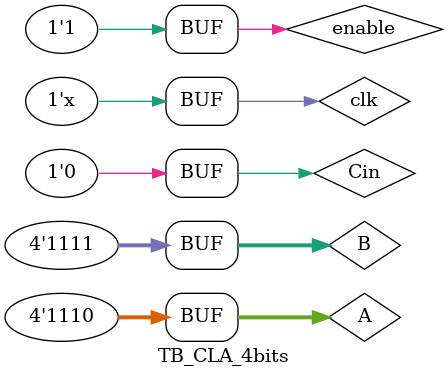
<source format=v>
`timescale 1ns / 1ps

module TB_CLA_4bits;
reg clk;
reg enable;
reg [3:0] A,B;
reg Cin;
wire [4:0] Q;

CLA_4bits u1( 
    .clk(clk),
    .enable(enable),
    .A(A),
    .B(B),
    .Cin(Cin),
    .Q(Q)
    );
    
initial begin

clk = 0;

enable = 0;
A = 4'b0000;
B = 4'b0101;
Cin = 1'b0;
enable = 1;
#10

enable = 0;
A = 4'b0101;
B = 4'b0111;
Cin = 1'b0;
enable = 1;
#10

enable = 0;
A = 4'b1000;
B = 4'b0111;
Cin = 1'b1;
enable = 1;
#10

enable = 0;
A = 4'b1001;
B = 4'b0100;
Cin = 1'b0;
enable = 1;
#10

enable = 0;
A = 4'b1000;
B = 4'b1000;
Cin = 1'b1;
enable = 1;
#10

enable = 0;
A = 4'b1101;
B = 4'b1010;
Cin = 1'b1;
enable = 1;
#10

enable = 0;
A = 4'b1110;
B = 4'b1111;
Cin = 1'b0;
enable = 1;

    
    end 
    
    always 
    #5 clk = ~clk;
endmodule

</source>
